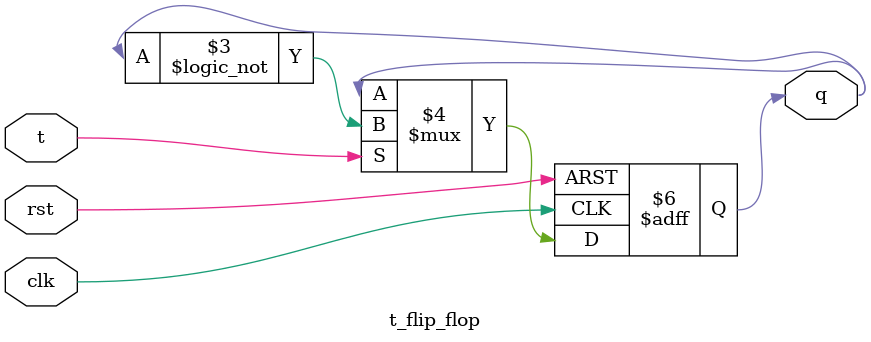
<source format=v>
module t_flip_flop(q,t,clk,rst);
	input t,clk,rst;
	output q;
	reg q;
	always@(posedge clk or negedge rst)
	begin
		if(~rst)
			begin
				q<=1'b0;
			end
		else if(t)
			begin
				q<=!q;
			end
	end
endmodule
</source>
